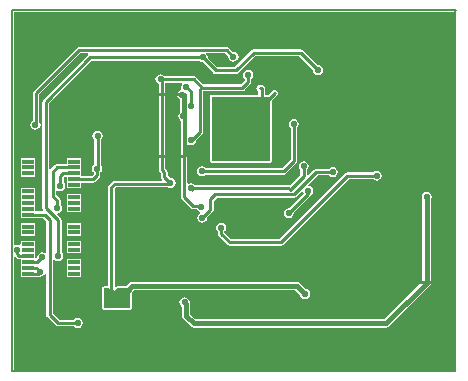
<source format=gbl>
%FSLAX25Y25*%
%MOIN*%
G70*
G01*
G75*
G04 Layer_Physical_Order=2*
G04 Layer_Color=16711680*
%ADD10R,0.11811X0.08268*%
%ADD11R,0.05118X0.03150*%
%ADD12R,0.01969X0.01969*%
%ADD13R,0.01969X0.01969*%
%ADD14R,0.19291X0.19291*%
%ADD15O,0.01378X0.03740*%
%ADD16O,0.03740X0.01378*%
%ADD17R,0.07087X0.07480*%
%ADD18R,0.09055X0.07480*%
%ADD19R,0.01575X0.05512*%
%ADD20R,0.04134X0.05118*%
%ADD21R,0.03150X0.06693*%
%ADD22R,0.02559X0.05315*%
%ADD23R,0.02756X0.01181*%
%ADD24R,0.03504X0.06299*%
%ADD25R,0.03740X0.03740*%
%ADD26R,0.01969X0.02362*%
%ADD27R,0.02362X0.01969*%
%ADD28C,0.01000*%
%ADD29C,0.01575*%
%ADD30C,0.03543*%
%ADD31C,0.03150*%
%ADD32C,0.00787*%
%ADD33C,0.02165*%
%ADD34C,0.11811*%
%ADD35C,0.02598*%
%ADD36R,0.04724X0.05315*%
%ADD37R,0.03937X0.01378*%
%ADD38R,0.19600X0.21400*%
G36*
X147200Y400D02*
X500D01*
Y37874D01*
X962Y38066D01*
X1577Y37451D01*
X1938Y37210D01*
X2363Y37125D01*
X2738D01*
Y35186D01*
Y33217D01*
Y31249D01*
X4953D01*
X5100Y31220D01*
X8531D01*
X8531Y31220D01*
X8957Y31304D01*
X9001Y31334D01*
X9200Y31294D01*
X9853Y31424D01*
X10406Y31794D01*
X10776Y32347D01*
X10791Y32419D01*
X11288Y32370D01*
Y18700D01*
X11288Y18700D01*
X11373Y18274D01*
X11614Y17914D01*
X14414Y15114D01*
X14414Y15114D01*
X14774Y14873D01*
X14774Y14873D01*
X14774Y14873D01*
D01*
X14774Y14873D01*
X14774Y14873D01*
X15200Y14788D01*
X15200Y14788D01*
X20531D01*
X20594Y14694D01*
X21147Y14324D01*
X21800Y14194D01*
X22453Y14324D01*
X23006Y14694D01*
X23376Y15247D01*
X23506Y15900D01*
X23376Y16553D01*
X23006Y17106D01*
X22453Y17476D01*
X21800Y17606D01*
X21147Y17476D01*
X20594Y17106D01*
X20531Y17012D01*
X15661D01*
X13512Y19161D01*
Y36953D01*
X13990Y37099D01*
X13994Y37094D01*
X14547Y36724D01*
X15200Y36594D01*
X15853Y36724D01*
X16406Y37094D01*
X16776Y37647D01*
X16906Y38300D01*
X16776Y38953D01*
X16412Y39498D01*
Y50100D01*
X16412Y50100D01*
X16327Y50525D01*
X16086Y50886D01*
X16086Y50886D01*
X14853Y52119D01*
X15000Y52394D01*
X15653Y52524D01*
X16206Y52894D01*
X16576Y53447D01*
X16706Y54100D01*
X16576Y54753D01*
X16206Y55306D01*
X16112Y55369D01*
Y56700D01*
X16112Y56700D01*
X16112Y56700D01*
Y56700D01*
X16112D01*
X16112Y56700D01*
X16027Y57126D01*
X15931Y57270D01*
X15786Y57486D01*
X15786Y57486D01*
X14512Y58761D01*
Y60052D01*
X14953Y60287D01*
X15347Y60024D01*
X16000Y59894D01*
X16653Y60024D01*
X17206Y60394D01*
X17576Y60947D01*
X17706Y61600D01*
X17576Y62253D01*
X17206Y62806D01*
X17112Y62869D01*
Y64439D01*
X17357Y64684D01*
X18289D01*
Y62745D01*
Y60776D01*
X23013D01*
Y62716D01*
X26928D01*
X26928Y62716D01*
X27353Y62800D01*
X27714Y63041D01*
X28986Y64314D01*
X28986Y64314D01*
X29227Y64675D01*
X29227Y64675D01*
X29227Y64675D01*
X29312Y65100D01*
X29312Y65100D01*
Y66131D01*
X29406Y66194D01*
X29776Y66747D01*
X29906Y67400D01*
X29776Y68053D01*
X29512Y68448D01*
Y77031D01*
X29606Y77094D01*
X29976Y77647D01*
X30106Y78300D01*
X29976Y78953D01*
X29606Y79506D01*
X29053Y79876D01*
X28400Y80006D01*
X27747Y79876D01*
X27194Y79506D01*
X26824Y78953D01*
X26694Y78300D01*
X26824Y77647D01*
X27194Y77094D01*
X27288Y77031D01*
Y68803D01*
X26994Y68606D01*
X26624Y68053D01*
X26494Y67400D01*
X26624Y66747D01*
X26994Y66194D01*
X27088Y66131D01*
Y65561D01*
X26467Y64939D01*
X23013D01*
Y66682D01*
Y68650D01*
Y70816D01*
X18289D01*
Y68876D01*
X14865D01*
X14439Y68792D01*
X14078Y68551D01*
X12674Y67146D01*
X12279Y67310D01*
X12212Y67355D01*
Y89139D01*
X26461Y103388D01*
X62131D01*
X62194Y103294D01*
X62747Y102924D01*
X63400Y102794D01*
X63511Y102816D01*
X67014Y99314D01*
X67374Y99073D01*
X67800Y98988D01*
X67800Y98988D01*
X74500D01*
X74500Y98988D01*
X74926Y99073D01*
X75286Y99314D01*
X80861Y104888D01*
X95639D01*
X100216Y100311D01*
X100194Y100200D01*
X100324Y99547D01*
X100694Y98994D01*
X101247Y98624D01*
X101900Y98494D01*
X102553Y98624D01*
X103106Y98994D01*
X103476Y99547D01*
X103606Y100200D01*
X103476Y100853D01*
X103106Y101406D01*
X102553Y101776D01*
X101900Y101906D01*
X101789Y101884D01*
X96886Y106786D01*
X96526Y107027D01*
X96100Y107112D01*
X96100Y107112D01*
X80400D01*
X80400Y107112D01*
X79975Y107027D01*
X79614Y106786D01*
X74039Y101212D01*
X68261D01*
X65084Y104389D01*
X65106Y104500D01*
X64976Y105153D01*
X64606Y105706D01*
X64631Y105788D01*
X71039D01*
X72016Y104811D01*
X71994Y104700D01*
X72124Y104047D01*
X72494Y103494D01*
X73047Y103124D01*
X73700Y102994D01*
X74353Y103124D01*
X74906Y103494D01*
X75276Y104047D01*
X75406Y104700D01*
X75276Y105353D01*
X74906Y105906D01*
X74353Y106276D01*
X73700Y106406D01*
X73589Y106384D01*
X72286Y107686D01*
X71925Y107927D01*
X71500Y108012D01*
X71500Y108012D01*
X22200D01*
X21775Y107927D01*
X21414Y107686D01*
X21414Y107686D01*
X7114Y93386D01*
X6873Y93025D01*
X6788Y92600D01*
X6788Y92600D01*
Y83403D01*
X6494Y83206D01*
X6124Y82653D01*
X5994Y82000D01*
X6124Y81347D01*
X6494Y80794D01*
X7047Y80424D01*
X7700Y80294D01*
X8353Y80424D01*
X8906Y80794D01*
X9276Y81347D01*
X9406Y82000D01*
X9276Y82653D01*
X9012Y83048D01*
Y92139D01*
X22661Y105788D01*
X25104D01*
X25249Y105310D01*
X25214Y105286D01*
X25214Y105286D01*
X10314Y90386D01*
X10073Y90026D01*
X9988Y89600D01*
X9988Y89600D01*
Y54300D01*
X9988Y54300D01*
X10073Y53874D01*
X10277Y53569D01*
X10041Y53128D01*
X7462D01*
Y54871D01*
Y56839D01*
Y58808D01*
Y60973D01*
X2738D01*
Y58808D01*
Y56839D01*
Y54871D01*
Y52902D01*
Y50934D01*
X4953D01*
X5100Y50905D01*
X10323D01*
X11288Y49939D01*
Y39482D01*
X10847Y39246D01*
X10653Y39376D01*
X10000Y39506D01*
X9347Y39376D01*
X8794Y39006D01*
X8424Y38453D01*
X8310Y37883D01*
X7924Y37497D01*
X7462Y37688D01*
Y39123D01*
Y41091D01*
Y43257D01*
X2738D01*
Y42083D01*
X2297Y41847D01*
X2253Y41876D01*
X1600Y42006D01*
X947Y41876D01*
X941Y41872D01*
X500Y42108D01*
Y119600D01*
X147200D01*
Y400D01*
D02*
G37*
%LPC*%
G36*
X23013Y49162D02*
X18289D01*
Y46997D01*
Y45028D01*
X23013D01*
Y46997D01*
Y49162D01*
D02*
G37*
G36*
X7462Y49162D02*
X2738D01*
Y46997D01*
Y45028D01*
X7462D01*
Y46997D01*
Y49162D01*
D02*
G37*
G36*
X23013Y43257D02*
X18289D01*
Y41091D01*
Y39123D01*
X23013D01*
Y41091D01*
Y43257D01*
D02*
G37*
G36*
X138100Y59606D02*
X137447Y59476D01*
X136894Y59106D01*
X136524Y58553D01*
X136394Y57900D01*
X136524Y57247D01*
X136695Y56991D01*
Y29882D01*
X124018Y17205D01*
X60982D01*
X59305Y18882D01*
Y22300D01*
X59198Y22838D01*
X59056Y23050D01*
X58976Y23453D01*
X58606Y24006D01*
X58053Y24376D01*
X57400Y24506D01*
X56747Y24376D01*
X56194Y24006D01*
X55824Y23453D01*
X55694Y22800D01*
X55824Y22147D01*
X56194Y21594D01*
X56495Y21392D01*
Y18300D01*
X56495Y18300D01*
X56495D01*
X56602Y17762D01*
X56907Y17307D01*
X59407Y14807D01*
X59862Y14502D01*
X60400Y14395D01*
X124600D01*
X125138Y14502D01*
X125593Y14807D01*
X125593Y14807D01*
X125593Y14807D01*
X139093Y28306D01*
X139398Y28762D01*
X139505Y29300D01*
X139505Y29300D01*
X139505Y29300D01*
Y29300D01*
Y56991D01*
X139676Y57247D01*
X139806Y57900D01*
X139676Y58553D01*
X139306Y59106D01*
X138753Y59476D01*
X138100Y59606D01*
D02*
G37*
G36*
X23013Y37351D02*
X18289D01*
Y35186D01*
Y33217D01*
Y31249D01*
X23013D01*
Y33217D01*
Y35186D01*
Y37351D01*
D02*
G37*
G36*
Y59005D02*
X18289D01*
Y56839D01*
Y54871D01*
Y52902D01*
X23013D01*
Y54871D01*
Y56839D01*
Y59005D01*
D02*
G37*
G36*
X93800Y83906D02*
X93147Y83776D01*
X92594Y83406D01*
X92224Y82853D01*
X92094Y82200D01*
X92224Y81547D01*
X92594Y80994D01*
X92788Y80864D01*
Y70461D01*
X89939Y67612D01*
X64469D01*
X64406Y67706D01*
X63853Y68076D01*
X63200Y68206D01*
X62547Y68076D01*
X61994Y67706D01*
X61624Y67153D01*
X61494Y66500D01*
X61624Y65847D01*
X61994Y65294D01*
X62547Y64924D01*
X63200Y64794D01*
X63853Y64924D01*
X64406Y65294D01*
X64469Y65388D01*
X90400D01*
X90400Y65388D01*
X90825Y65473D01*
X91186Y65714D01*
X94686Y69214D01*
X94686Y69214D01*
X94927Y69574D01*
X94927Y69574D01*
X94927Y69574D01*
X95012Y70000D01*
X95012Y70000D01*
Y81002D01*
X95376Y81547D01*
X95506Y82200D01*
X95376Y82853D01*
X95006Y83406D01*
X94453Y83776D01*
X93800Y83906D01*
D02*
G37*
G36*
X78600Y100306D02*
X77947Y100176D01*
X77394Y99806D01*
X77024Y99253D01*
X76894Y98600D01*
X77024Y97947D01*
X77394Y97394D01*
X77488Y97331D01*
Y96761D01*
X76239Y95512D01*
X63661D01*
X61286Y97886D01*
X60926Y98127D01*
X60500Y98212D01*
X60500Y98212D01*
X50669D01*
X50606Y98306D01*
X50053Y98676D01*
X49400Y98806D01*
X48747Y98676D01*
X48194Y98306D01*
X47824Y97753D01*
X47694Y97100D01*
X47824Y96447D01*
X48194Y95894D01*
X48747Y95524D01*
X48788Y95516D01*
Y67000D01*
X48788Y67000D01*
X48873Y66575D01*
X49114Y66214D01*
X49505Y65822D01*
Y64683D01*
X49505Y64683D01*
X49590Y64257D01*
X49831Y63896D01*
X49954Y63774D01*
X49762Y63312D01*
X34100D01*
X33674Y63227D01*
X33314Y62986D01*
X33314Y62986D01*
X32214Y61886D01*
X31973Y61525D01*
X31888Y61100D01*
X31888Y61100D01*
Y28139D01*
X30600D01*
X30148Y27952D01*
X29948Y27752D01*
X29761Y27300D01*
Y21200D01*
X29948Y20748D01*
X30148Y20548D01*
X30600Y20361D01*
X39200D01*
X39652Y20548D01*
X39839Y21000D01*
Y26152D01*
X40582Y26895D01*
X94318D01*
X95964Y25249D01*
X96024Y24947D01*
X96394Y24394D01*
X96947Y24024D01*
X97600Y23894D01*
X98253Y24024D01*
X98806Y24394D01*
X99176Y24947D01*
X99306Y25600D01*
X99176Y26253D01*
X98806Y26806D01*
X98253Y27176D01*
X97951Y27236D01*
X95893Y29294D01*
X95438Y29598D01*
X94900Y29705D01*
X40000D01*
X39462Y29598D01*
X39007Y29294D01*
X37852Y28139D01*
X35018D01*
X34567Y27952D01*
X34112Y28407D01*
Y60639D01*
X34561Y61088D01*
X51951D01*
X52047Y61024D01*
X52700Y60894D01*
X53353Y61024D01*
X53906Y61394D01*
X54276Y61947D01*
X54406Y62600D01*
X54276Y63253D01*
X53906Y63806D01*
X53353Y64176D01*
X52700Y64306D01*
X52589Y64284D01*
X51729Y65143D01*
Y66283D01*
X51645Y66708D01*
X51548Y66853D01*
X51404Y67069D01*
X51403Y67069D01*
X51012Y67461D01*
Y95988D01*
X56452D01*
X56687Y95547D01*
X56424Y95153D01*
X56294Y94500D01*
X56389Y94024D01*
X56111Y93609D01*
X55947Y93576D01*
X55394Y93206D01*
X55024Y92653D01*
X54894Y92000D01*
X55024Y91347D01*
X55394Y90794D01*
X55888Y90463D01*
Y86069D01*
X55794Y86006D01*
X55424Y85453D01*
X55294Y84800D01*
X55424Y84147D01*
X55794Y83594D01*
X56088Y83397D01*
Y57900D01*
X56088Y57900D01*
X56173Y57474D01*
X56414Y57114D01*
X59414Y54114D01*
X59775Y53873D01*
X60200Y53788D01*
X61397D01*
X61594Y53494D01*
X62147Y53124D01*
X62523Y53049D01*
X62621Y52559D01*
X62094Y52206D01*
X61724Y51653D01*
X61594Y51000D01*
X61724Y50347D01*
X62094Y49794D01*
X62647Y49424D01*
X63300Y49294D01*
X63953Y49424D01*
X64506Y49794D01*
X64876Y50347D01*
X65006Y51000D01*
X64984Y51111D01*
X66786Y52914D01*
X66786Y52914D01*
X67027Y53275D01*
X67027Y53275D01*
X67027Y53275D01*
X67112Y53700D01*
X67112Y53700D01*
Y56639D01*
X68161Y57688D01*
X93900D01*
X93900Y57688D01*
X94326Y57773D01*
X94686Y58014D01*
X96466Y59793D01*
X96944Y59648D01*
X97024Y59247D01*
X97124Y59097D01*
X92211Y54184D01*
X92100Y54206D01*
X91447Y54076D01*
X90894Y53706D01*
X90524Y53153D01*
X90394Y52500D01*
X90524Y51847D01*
X90894Y51294D01*
X91447Y50924D01*
X92100Y50794D01*
X92753Y50924D01*
X93306Y51294D01*
X93676Y51847D01*
X93806Y52500D01*
X93784Y52611D01*
X99386Y58214D01*
X99386Y58214D01*
X99627Y58574D01*
X99806Y58694D01*
X100176Y59247D01*
X100306Y59900D01*
X100176Y60553D01*
X99806Y61106D01*
X99253Y61476D01*
X98600Y61606D01*
X98488Y61816D01*
X101761Y65088D01*
X105531D01*
X105594Y64994D01*
X106147Y64624D01*
X106800Y64494D01*
X107453Y64624D01*
X108006Y64994D01*
X108376Y65547D01*
X108506Y66200D01*
X108376Y66853D01*
X108006Y67406D01*
X107453Y67776D01*
X106800Y67906D01*
X106147Y67776D01*
X105594Y67406D01*
X105531Y67312D01*
X101300D01*
X101300Y67312D01*
X100874Y67227D01*
X100514Y66986D01*
X98674Y65146D01*
X98212Y65338D01*
Y66831D01*
X98306Y66894D01*
X98676Y67447D01*
X98806Y68100D01*
X98676Y68753D01*
X98306Y69306D01*
X97753Y69676D01*
X97100Y69806D01*
X96447Y69676D01*
X95894Y69306D01*
X95524Y68753D01*
X95394Y68100D01*
X95524Y67447D01*
X95894Y66894D01*
X95988Y66831D01*
Y65361D01*
X92483Y61856D01*
X92200Y61912D01*
X92200Y61912D01*
X60869D01*
X60806Y62006D01*
X60253Y62376D01*
X59600Y62506D01*
X58947Y62376D01*
X58753Y62246D01*
X58312Y62482D01*
Y75151D01*
X58753Y75387D01*
X58847Y75324D01*
X59500Y75194D01*
X60153Y75324D01*
X60706Y75694D01*
X61076Y76247D01*
X61165Y76692D01*
X63386Y78914D01*
X63627Y79274D01*
X63712Y79700D01*
Y93288D01*
X76700D01*
X76700Y93288D01*
X77126Y93373D01*
X77486Y93614D01*
X79386Y95514D01*
X79386Y95514D01*
X79627Y95875D01*
X79627Y95875D01*
X79627Y95875D01*
X79712Y96300D01*
X79712Y96300D01*
Y97331D01*
X79806Y97394D01*
X80176Y97947D01*
X80306Y98600D01*
X80176Y99253D01*
X79806Y99806D01*
X79253Y100176D01*
X78600Y100306D01*
D02*
G37*
G36*
X83087Y95312D02*
X82500D01*
X82074Y95227D01*
X81714Y94986D01*
X81473Y94626D01*
X81388Y94200D01*
X81473Y93774D01*
X81714Y93414D01*
X81975Y93239D01*
Y92039D01*
X66400D01*
X65948Y91852D01*
X65761Y91400D01*
Y70000D01*
X65948Y69548D01*
X66400Y69361D01*
X86000D01*
X86452Y69548D01*
X86639Y70000D01*
Y90195D01*
X88204Y91832D01*
X88437Y92198D01*
X88512Y92625D01*
X88417Y93049D01*
X88168Y93404D01*
X87802Y93637D01*
X87375Y93712D01*
X86951Y93617D01*
X86596Y93368D01*
X85326Y92039D01*
X84198D01*
Y94200D01*
X84114Y94626D01*
X83873Y94986D01*
X83512Y95227D01*
X83087Y95312D01*
D02*
G37*
G36*
X121400Y66706D02*
X120747Y66576D01*
X120194Y66206D01*
X120131Y66112D01*
X111600D01*
X111174Y66027D01*
X110814Y65786D01*
X88939Y43912D01*
X72861D01*
X70712Y46061D01*
Y46431D01*
X70806Y46494D01*
X71176Y47047D01*
X71306Y47700D01*
X71176Y48353D01*
X70806Y48906D01*
X70253Y49276D01*
X69600Y49406D01*
X68947Y49276D01*
X68394Y48906D01*
X68024Y48353D01*
X67894Y47700D01*
X68024Y47047D01*
X68394Y46494D01*
X68488Y46431D01*
Y45600D01*
X68488Y45600D01*
X68573Y45175D01*
X68814Y44814D01*
X71614Y42014D01*
X71614Y42014D01*
X71974Y41773D01*
X71974Y41773D01*
X71974Y41773D01*
D01*
X71974Y41773D01*
X71974Y41773D01*
X72400Y41688D01*
X72400Y41688D01*
X89400D01*
X89400Y41688D01*
X89825Y41773D01*
X90186Y42014D01*
X112061Y63888D01*
X120131D01*
X120194Y63794D01*
X120747Y63424D01*
X121400Y63294D01*
X122053Y63424D01*
X122606Y63794D01*
X122976Y64347D01*
X123106Y65000D01*
X122976Y65653D01*
X122606Y66206D01*
X122053Y66576D01*
X121400Y66706D01*
D02*
G37*
G36*
X7462Y70816D02*
X2738D01*
Y68650D01*
Y66682D01*
Y64713D01*
X7462D01*
Y66682D01*
Y68650D01*
Y70816D01*
D02*
G37*
%LPD*%
G36*
X39200Y27200D02*
Y21000D01*
X30600D01*
X30400Y21200D01*
Y27300D01*
X30600Y27500D01*
X32351D01*
Y26400D01*
X32541Y25941D01*
X33000Y25751D01*
X33459Y25941D01*
X35018Y27500D01*
X38900D01*
X39200Y27200D01*
D02*
G37*
D28*
X93900Y70000D02*
Y82400D01*
X13400Y66300D02*
X14865Y67765D01*
X13400Y58300D02*
Y66300D01*
Y58300D02*
X15000Y56700D01*
X83087Y88087D02*
Y94200D01*
X82500D02*
X83087D01*
X28200Y67400D02*
X28400Y67600D01*
Y78300D01*
X49900Y97100D02*
X60500D01*
X57200Y57900D02*
Y85100D01*
X69600Y45600D02*
Y47600D01*
Y45600D02*
X72400Y42800D01*
X89400D01*
X111600Y65000D01*
X121400D01*
X92100Y52500D02*
X98600Y59000D01*
Y59900D01*
X49900Y67000D02*
Y97100D01*
Y67000D02*
X50617Y66283D01*
Y64683D02*
X52700Y62600D01*
X50617Y64683D02*
Y66283D01*
X52300Y62200D02*
X52700Y62600D01*
X34100Y62200D02*
X52300D01*
X33000Y61100D02*
X34100Y62200D01*
X62600Y93800D02*
X63200Y94400D01*
X62600Y79700D02*
Y93800D01*
X59600Y76700D02*
X62600Y79700D01*
X57200Y57900D02*
X60200Y54900D01*
X1600Y39000D02*
Y40300D01*
Y39000D02*
X2363Y38237D01*
X5100D01*
X7900Y92600D02*
X22200Y106900D01*
X11100Y54300D02*
X15300Y50100D01*
X22200Y106900D02*
X71500D01*
X73700Y104700D01*
X9800Y37800D02*
X10000D01*
X8300Y36300D02*
X9800Y37800D01*
X5131Y36300D02*
X8300D01*
X5100Y36268D02*
X5131Y36300D01*
X78600Y96300D02*
Y98600D01*
X76700Y94400D02*
X78600Y96300D01*
X63200Y94400D02*
X76700D01*
X60500Y97100D02*
X63200Y94400D01*
X5100Y52017D02*
X10784D01*
X12400Y50400D01*
Y18700D02*
Y50400D01*
Y18700D02*
X15200Y15900D01*
X21800D01*
X14865Y67765D02*
X20651D01*
X15000Y54100D02*
Y56700D01*
X63300Y51000D02*
X66000Y53700D01*
Y57100D01*
X67700Y58800D01*
X93900D02*
X101300Y66200D01*
X67700Y58800D02*
X93900D01*
X59600Y60800D02*
X92200D01*
X92600Y60400D01*
X59600Y60800D02*
X60000Y60400D01*
X92600D02*
X97100Y64900D01*
X101300Y66200D02*
X106800D01*
X16896Y65796D02*
X20651D01*
X16000Y64900D02*
X16896Y65796D01*
X16000Y61600D02*
Y64900D01*
X97100D02*
Y68100D01*
X90400Y66500D02*
X93900Y70000D01*
X28200Y65100D02*
Y67400D01*
X26928Y63828D02*
X28200Y65100D01*
X20651Y63828D02*
X26928D01*
X59400Y88339D02*
Y93300D01*
X63200Y66500D02*
X90400D01*
X5100Y32331D02*
X8531D01*
X9200Y33000D01*
X5100Y34300D02*
X8000D01*
X9200Y33100D01*
Y33000D02*
Y33100D01*
X57000Y84800D02*
Y91600D01*
X56600Y92000D02*
X57000Y91600D01*
X60200Y54900D02*
X62700D01*
X33000Y26400D02*
Y61100D01*
Y26400D02*
X35500D01*
X37400D01*
X58000Y94700D02*
X59400Y93300D01*
X7900Y82000D02*
Y92600D01*
X96100Y106000D02*
X101900Y100200D01*
X80400Y106000D02*
X96100D01*
X74500Y100100D02*
X80400Y106000D01*
X67800Y100100D02*
X74500D01*
X63400Y104500D02*
X67800Y100100D01*
X15300Y38100D02*
Y50100D01*
X11100Y54300D02*
Y89600D01*
X26000Y104500D01*
X63400D01*
X83087Y88087D02*
X87400Y92600D01*
X124100Y31800D02*
Y93700D01*
X126200Y95800D01*
X147200D01*
Y29500D02*
Y95800D01*
X126400Y29500D02*
X147200D01*
X124100Y31800D02*
X126400Y29500D01*
X38705Y92264D02*
X39689D01*
X38705Y71595D02*
Y92264D01*
Y71595D02*
X39689D01*
X57406D01*
Y72579D01*
Y92264D01*
X39689D02*
X57406D01*
D29*
X57400Y22800D02*
X57900Y22300D01*
Y18300D02*
Y22300D01*
Y18300D02*
X60400Y15800D01*
X124600D01*
X138100Y29300D01*
Y57900D01*
X38100Y26400D02*
X40000Y28300D01*
X94900D01*
X97600Y25600D01*
D32*
X0Y120100D02*
X147800D01*
X147638Y0D02*
Y120100D01*
X0Y0D02*
X147638D01*
X0D02*
Y120100D01*
D33*
X28400Y78300D02*
D03*
X123100Y44500D02*
D03*
X122900Y49600D02*
D03*
X131400Y34700D02*
D03*
X131300Y89700D02*
D03*
X57400Y22800D02*
D03*
X138100Y57900D02*
D03*
X97600Y25600D02*
D03*
X69600Y47700D02*
D03*
X92100Y52500D02*
D03*
X121400Y65000D02*
D03*
X59500Y76900D02*
D03*
X41700Y19200D02*
D03*
X85800Y101700D02*
D03*
X1600Y40300D02*
D03*
X7700Y82000D02*
D03*
X73700Y104700D02*
D03*
X10000Y37800D02*
D03*
X15200Y38300D02*
D03*
X63400Y104500D02*
D03*
X47280Y95179D02*
D03*
X49400Y97100D02*
D03*
X78600Y98600D02*
D03*
X21800Y15900D02*
D03*
X15000Y54100D02*
D03*
X63300Y51000D02*
D03*
X59600Y60800D02*
D03*
X106800Y66200D02*
D03*
X16000Y61600D02*
D03*
X97100Y68100D02*
D03*
X28200Y67400D02*
D03*
X60200Y101400D02*
D03*
X58000Y94500D02*
D03*
X63200Y66500D02*
D03*
X45800Y71000D02*
D03*
X62800Y54700D02*
D03*
X56600Y92000D02*
D03*
X52300Y90800D02*
D03*
X43500Y72800D02*
D03*
X57000Y84800D02*
D03*
X59400Y88339D02*
D03*
X86800Y52300D02*
D03*
X28900Y18300D02*
D03*
X51400Y13900D02*
D03*
X53100Y9500D02*
D03*
X70000Y5000D02*
D03*
X78800Y4800D02*
D03*
X96400Y9800D02*
D03*
X83000Y23500D02*
D03*
X85700D02*
D03*
X83000Y20200D02*
D03*
X85700D02*
D03*
X9200Y33000D02*
D03*
X88400Y35300D02*
D03*
X105600Y35400D02*
D03*
X38000Y24100D02*
D03*
X38100Y26400D02*
D03*
X35500D02*
D03*
X33000D02*
D03*
X98600Y59900D02*
D03*
X52700Y62600D02*
D03*
X93800Y82200D02*
D03*
X83700Y33800D02*
D03*
X101900Y100200D02*
D03*
D34*
X7480Y7874D02*
D03*
X140551Y7087D02*
D03*
X6791Y111024D02*
D03*
X140748D02*
D03*
D35*
X83087Y73913D02*
D03*
X78362D02*
D03*
X73638D02*
D03*
X68913D02*
D03*
X83087Y78638D02*
D03*
X78362D02*
D03*
X73638D02*
D03*
X68913D02*
D03*
X83087Y83362D02*
D03*
X78362D02*
D03*
X73638D02*
D03*
X68913D02*
D03*
X83087Y88087D02*
D03*
X78362D02*
D03*
X73638D02*
D03*
X68913D02*
D03*
D36*
X18781Y74359D02*
D03*
X6970D02*
D03*
Y27804D02*
D03*
X18781D02*
D03*
D37*
X20651Y32331D02*
D03*
Y34300D02*
D03*
Y36268D02*
D03*
Y38237D02*
D03*
Y40205D02*
D03*
Y42174D02*
D03*
Y44142D02*
D03*
Y46111D02*
D03*
Y48079D02*
D03*
Y50048D02*
D03*
Y52017D02*
D03*
Y53985D02*
D03*
Y55954D02*
D03*
Y57922D02*
D03*
Y59891D02*
D03*
Y61859D02*
D03*
Y63828D02*
D03*
Y65796D02*
D03*
Y67765D02*
D03*
Y69733D02*
D03*
X5100Y69733D02*
D03*
Y67765D02*
D03*
Y65796D02*
D03*
Y63828D02*
D03*
Y61859D02*
D03*
Y59891D02*
D03*
Y57922D02*
D03*
Y55954D02*
D03*
Y53985D02*
D03*
Y52017D02*
D03*
Y50048D02*
D03*
Y48079D02*
D03*
Y46111D02*
D03*
Y44142D02*
D03*
Y42174D02*
D03*
Y40205D02*
D03*
Y38237D02*
D03*
Y36268D02*
D03*
Y34300D02*
D03*
Y32331D02*
D03*
D38*
X76200Y80700D02*
D03*
M02*

</source>
